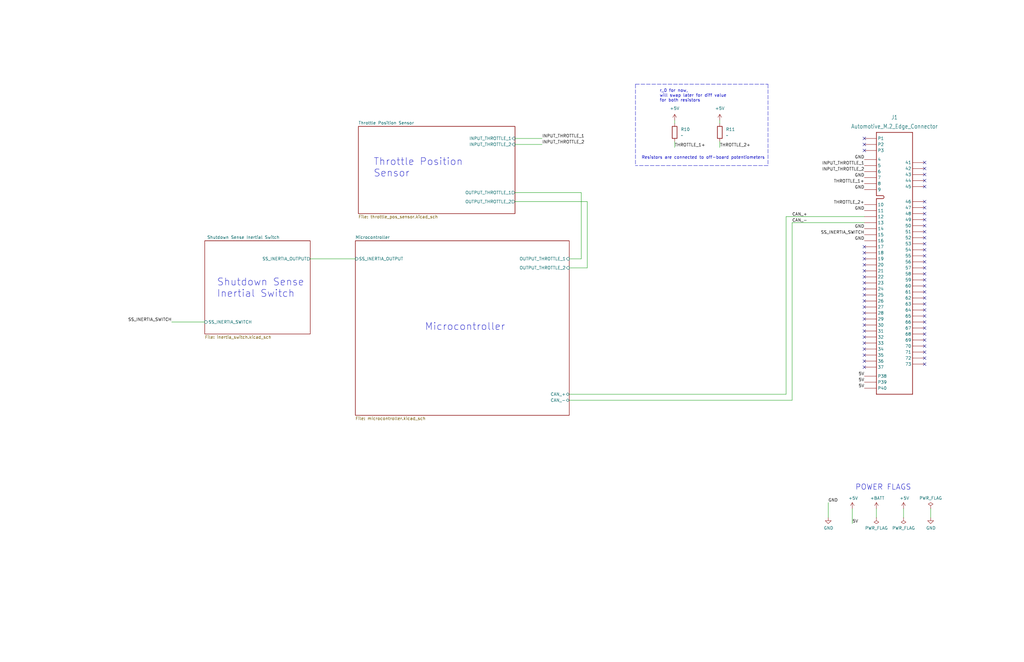
<source format=kicad_sch>
(kicad_sch (version 20211123) (generator eeschema)
  (paper "B")
  (title_block (title "OEM Project Template") (date "2019-08-22") (rev "1") (company "Olin Electric Motorsports") (comment 1 "Wesley Soo-Hoo"))
  (lib_symbols
    (symbol "formula:Automotive_M.2_Edge_Connector"
      (property "Reference" "J?" (at 1.27 49.53 0))
      (property "Value" "Automotive_M.2_Edge_Connector" (at 7.62 45.72 0))
      (symbol "Automotive_M.2_Edge_Connector_0_1"
        (arc (start -5.0436 15.2415) (mid -4.4198 15.8765) (end -5.0436 16.5115) (stroke (width 0.25)))
        (polyline (pts (xy -7.62 15.24) (xy -5.08 15.24)) (stroke (width 0.25)))
        (polyline (pts (xy -7.62 16.51) (xy -5.08 16.51)) (stroke (width 0.25)))
        (polyline (pts (xy -7.62 43.18) (xy -7.62 16.51)) (stroke (width 0.25)))
        (polyline (pts (xy 7.62 -67.31) (xy -7.62 -67.31)) (stroke (width 0.25)))
      )
      (symbol "Automotive_M.2_Edge_Connector_1_0"
        (polyline (pts (xy -7.62 -67.31) (xy -7.62 15.24)) (stroke (width 0.254)))
        (polyline (pts (xy 7.62 43.18) (xy -7.62 43.18)) (stroke (width 0.254)))
        (polyline (pts (xy 7.62 43.18) (xy 7.62 -67.31)) (stroke (width 0.254)))
        (pin bidirectional line (at -12.7 12.7 0) (length 5.08) (name "10") (number "10"))
        (pin bidirectional line (at -12.7 10.16 0) (length 5.08) (name "11") (number "11"))
        (pin bidirectional line (at -12.7 7.62 0) (length 5.08) (name "12") (number "12"))
        (pin bidirectional line (at -12.7 5.08 0) (length 5.08) (name "13") (number "13"))
        (pin bidirectional line (at -12.7 2.54 0) (length 5.08) (name "14") (number "14"))
        (pin bidirectional line (at -12.7 0 0) (length 5.08) (name "15") (number "15"))
        (pin bidirectional line (at -12.7 -2.54 0) (length 5.08) (name "16") (number "16"))
        (pin bidirectional line (at -12.7 -5.08 0) (length 5.08) (name "17") (number "17"))
        (pin bidirectional line (at -12.7 -7.62 0) (length 5.08) (name "18") (number "18"))
        (pin bidirectional line (at -12.7 -10.16 0) (length 5.08) (name "19") (number "19"))
        (pin bidirectional line (at -12.7 -12.7 0) (length 5.08) (name "20") (number "20"))
        (pin bidirectional line (at -12.7 -15.24 0) (length 5.08) (name "21") (number "21"))
        (pin bidirectional line (at -12.7 -17.78 0) (length 5.08) (name "22") (number "22"))
        (pin bidirectional line (at -12.7 -20.32 0) (length 5.08) (name "23") (number "23"))
        (pin bidirectional line (at -12.7 -22.86 0) (length 5.08) (name "24") (number "24"))
        (pin bidirectional line (at -12.7 -25.4 0) (length 5.08) (name "25") (number "25"))
        (pin bidirectional line (at -12.7 -27.94 0) (length 5.08) (name "26") (number "26"))
        (pin bidirectional line (at -12.7 -30.48 0) (length 5.08) (name "27") (number "27"))
        (pin bidirectional line (at -12.7 -33.02 0) (length 5.08) (name "28") (number "28"))
        (pin bidirectional line (at -12.7 -35.56 0) (length 5.08) (name "29") (number "29"))
        (pin bidirectional line (at -12.7 -38.1 0) (length 5.08) (name "30") (number "30"))
        (pin bidirectional line (at -12.7 -40.64 0) (length 5.08) (name "31") (number "31"))
        (pin bidirectional line (at -12.7 -43.18 0) (length 5.08) (name "32") (number "32"))
        (pin bidirectional line (at -12.7 -45.72 0) (length 5.08) (name "33") (number "33"))
        (pin bidirectional line (at -12.7 -48.26 0) (length 5.08) (name "34") (number "34"))
        (pin bidirectional line (at -12.7 -50.8 0) (length 5.08) (name "35") (number "35"))
        (pin bidirectional line (at -12.7 -53.34 0) (length 5.08) (name "36") (number "36"))
        (pin bidirectional line (at -12.7 -55.88 0) (length 5.08) (name "37") (number "37"))
        (pin bidirectional line (at -12.7 31.75 0) (length 5.08) (name "4") (number "4"))
        (pin bidirectional line (at 12.7 30.48 180) (length 5.08) (name "41") (number "41"))
        (pin bidirectional line (at 12.7 27.94 180) (length 5.08) (name "42") (number "42"))
        (pin bidirectional line (at 12.7 25.4 180) (length 5.08) (name "43") (number "43"))
        (pin bidirectional line (at 12.7 22.86 180) (length 5.08) (name "44") (number "44"))
        (pin bidirectional line (at 12.7 20.32 180) (length 5.08) (name "45") (number "45"))
        (pin bidirectional line (at 12.7 13.97 180) (length 5.08) (name "46") (number "46"))
        (pin bidirectional line (at 12.7 11.43 180) (length 5.08) (name "47") (number "47"))
        (pin bidirectional line (at 12.7 8.89 180) (length 5.08) (name "48") (number "48"))
        (pin bidirectional line (at 12.7 6.35 180) (length 5.08) (name "49") (number "49"))
        (pin bidirectional line (at -12.7 29.21 0) (length 5.08) (name "5") (number "5"))
        (pin bidirectional line (at 12.7 3.81 180) (length 5.08) (name "50") (number "50"))
        (pin bidirectional line (at 12.7 1.27 180) (length 5.08) (name "51") (number "51"))
        (pin bidirectional line (at 12.7 -1.27 180) (length 5.08) (name "52") (number "52"))
        (pin bidirectional line (at 12.7 -3.81 180) (length 5.08) (name "53") (number "53"))
        (pin bidirectional line (at 12.7 -6.35 180) (length 5.08) (name "54") (number "54"))
        (pin bidirectional line (at 12.7 -8.89 180) (length 5.08) (name "55") (number "55"))
        (pin bidirectional line (at 12.7 -11.43 180) (length 5.08) (name "56") (number "56"))
        (pin bidirectional line (at 12.7 -13.97 180) (length 5.08) (name "57") (number "57"))
        (pin bidirectional line (at 12.7 -16.51 180) (length 5.08) (name "58") (number "58"))
        (pin bidirectional line (at 12.7 -19.05 180) (length 5.08) (name "59") (number "59"))
        (pin bidirectional line (at -12.7 26.67 0) (length 5.08) (name "6") (number "6"))
        (pin bidirectional line (at 12.7 -21.59 180) (length 5.08) (name "60") (number "60"))
        (pin bidirectional line (at 12.7 -24.13 180) (length 5.08) (name "61") (number "61"))
        (pin bidirectional line (at 12.7 -26.67 180) (length 5.08) (name "62") (number "62"))
        (pin bidirectional line (at 12.7 -29.21 180) (length 5.08) (name "63") (number "63"))
        (pin bidirectional line (at 12.7 -31.75 180) (length 5.08) (name "64") (number "64"))
        (pin bidirectional line (at 12.7 -34.29 180) (length 5.08) (name "65") (number "65"))
        (pin bidirectional line (at 12.7 -36.83 180) (length 5.08) (name "66") (number "66"))
        (pin bidirectional line (at 12.7 -39.37 180) (length 5.08) (name "67") (number "67"))
        (pin bidirectional line (at 12.7 -41.91 180) (length 5.08) (name "68") (number "68"))
        (pin bidirectional line (at 12.7 -44.45 180) (length 5.08) (name "69") (number "69"))
        (pin bidirectional line (at -12.7 24.13 0) (length 5.08) (name "7") (number "7"))
        (pin bidirectional line (at 12.7 -46.99 180) (length 5.08) (name "70") (number "70"))
        (pin bidirectional line (at 12.7 -49.53 180) (length 5.08) (name "71") (number "71"))
        (pin bidirectional line (at 12.7 -52.07 180) (length 5.08) (name "72") (number "72"))
        (pin bidirectional line (at 12.7 -54.61 180) (length 5.08) (name "73") (number "73"))
        (pin bidirectional line (at -12.7 21.59 0) (length 5.08) (name "8") (number "8"))
        (pin bidirectional line (at -12.7 19.05 0) (length 5.08) (name "9") (number "9"))
        (pin bidirectional line (at -12.7 40.64 0) (length 5.08) (name "P1") (number "P1"))
        (pin bidirectional line (at -12.7 38.1 0) (length 5.08) (name "P2") (number "P2"))
        (pin bidirectional line (at -12.7 35.56 0) (length 5.08) (name "P3") (number "P3"))
        (pin bidirectional line (at -12.7 -59.69 0) (length 5.08) (name "P38") (number "P38"))
        (pin bidirectional line (at -12.7 -62.23 0) (length 5.08) (name "P39") (number "P39"))
        (pin bidirectional line (at -12.7 -64.77 0) (length 5.08) (name "P40") (number "P40"))
      )
    )
    (symbol "formula:R_0" (pin_numbers hide) (pin_names (offset 0))
      (property "Reference" "R" (at 2.032 0 90))
      (property "Value" "R_0" (at -2.54 0 90))
      (symbol "R_0_0_1"
        (rectangle (start -1.016 -2.54) (end 1.016 2.54) (stroke (width 0.254)))
      )
      (symbol "R_0_1_1"
        (pin passive line (at 0 3.81 270) (length 1.27) (name "~") (number "1"))
        (pin passive line (at 0 -3.81 90) (length 1.27) (name "~") (number "2"))
      )
    )
    (symbol "power:+5V" (power) (pin_names (offset 0))
      (property "Value" "+5V" (at 0 3.556 0))
      (symbol "+5V_0_1"
        (polyline (pts (xy -0.762 1.27) (xy 0 2.54)))
        (polyline (pts (xy 0 0) (xy 0 2.54)))
        (polyline (pts (xy 0 2.54) (xy 0.762 1.27)))
      )
      (symbol "+5V_1_1"
        (pin power_in line (at 0 0 90) (length 0) hide (name "+5V") (number "1"))
      )
    )
    (symbol "power:+BATT" (power) (pin_names (offset 0))
      (property "Value" "+BATT" (at 0 3.556 0))
      (symbol "+BATT_0_1"
        (polyline (pts (xy -0.762 1.27) (xy 0 2.54)))
        (polyline (pts (xy 0 0) (xy 0 2.54)))
        (polyline (pts (xy 0 2.54) (xy 0.762 1.27)))
      )
      (symbol "+BATT_1_1"
        (pin power_in line (at 0 0 90) (length 0) hide (name "+BATT") (number "1"))
      )
    )
    (symbol "power:GND" (power) (pin_names (offset 0))
      (property "Value" "GND" (at 0 -3.81 0))
      (symbol "GND_0_1"
        (polyline (pts (xy 0 0) (xy 0 -1.27) (xy 1.27 -1.27) (xy 0 -2.54) (xy -1.27 -1.27) (xy 0 -1.27)))
      )
      (symbol "GND_1_1"
        (pin power_in line (at 0 0 270) (length 0) hide (name "GND") (number "1"))
      )
    )
    (symbol "power:PWR_FLAG" (power) (pin_numbers hide) (pin_names (offset 0) hide)
      (property "Value" "PWR_FLAG" (at 0 3.81 0))
      (symbol "PWR_FLAG_0_0"
        (pin power_out line (at 0 0 90) (length 0) (name "pwr") (number "1"))
      )
      (symbol "PWR_FLAG_0_1"
        (polyline (pts (xy 0 0) (xy 0 1.27) (xy -1.016 1.905) (xy 0 2.54) (xy 1.016 1.905) (xy 0 1.27)))
      )
    )
  )
  (no_connect (at 364.49 139.7))
  (no_connect (at 389.89 140.97))
  (no_connect (at 389.89 78.74))
  (no_connect (at 389.89 146.05))
  (no_connect (at 389.89 151.13))
  (no_connect (at 389.89 115.57))
  (no_connect (at 364.49 152.4))
  (no_connect (at 389.89 76.2))
  (no_connect (at 389.89 107.95))
  (no_connect (at 389.89 123.19))
  (no_connect (at 389.89 148.59))
  (no_connect (at 389.89 85.09))
  (no_connect (at 389.89 113.03))
  (no_connect (at 364.49 63.5))
  (no_connect (at 389.89 87.63))
  (no_connect (at 364.49 114.3))
  (no_connect (at 389.89 138.43))
  (no_connect (at 364.49 154.94))
  (no_connect (at 389.89 71.12))
  (no_connect (at 364.49 121.92))
  (no_connect (at 389.89 97.79))
  (no_connect (at 389.89 130.81))
  (no_connect (at 389.89 118.11))
  (no_connect (at 389.89 110.49))
  (no_connect (at 364.49 147.32))
  (no_connect (at 389.89 68.58))
  (no_connect (at 364.49 109.22))
  (no_connect (at 364.49 58.42))
  (no_connect (at 364.49 142.24))
  (no_connect (at 389.89 100.33))
  (no_connect (at 389.89 90.17))
  (no_connect (at 389.89 105.41))
  (no_connect (at 364.49 106.68))
  (no_connect (at 364.49 116.84))
  (no_connect (at 364.49 144.78))
  (no_connect (at 389.89 92.71))
  (no_connect (at 364.49 137.16))
  (no_connect (at 389.89 143.51))
  (no_connect (at 389.89 120.65))
  (no_connect (at 364.49 111.76))
  (no_connect (at 389.89 153.67))
  (no_connect (at 364.49 132.08))
  (no_connect (at 389.89 135.89))
  (no_connect (at 389.89 128.27))
  (no_connect (at 389.89 73.66))
  (no_connect (at 364.49 149.86))
  (no_connect (at 389.89 102.87))
  (no_connect (at 364.49 127))
  (no_connect (at 364.49 119.38))
  (no_connect (at 389.89 133.35))
  (no_connect (at 364.49 104.14))
  (no_connect (at 389.89 95.25))
  (no_connect (at 364.49 60.96))
  (no_connect (at 364.49 124.46))
  (no_connect (at 364.49 134.62))
  (no_connect (at 364.49 129.54))
  (no_connect (at 389.89 125.73))
  (polyline (pts (xy 323.85 35.56) (xy 323.85 69.85)))
  (polyline (pts (xy 267.97 35.56) (xy 267.97 69.85)))
  (wire (pts (xy 245.11 81.28) (xy 245.11 109.22)))
  (wire (pts (xy 245.11 109.22) (xy 240.03 109.22)))
  (wire (pts (xy 334.01 168.91) (xy 334.01 93.98)))
  (wire (pts (xy 349.25 212.09) (xy 349.25 218.44)))
  (wire (pts (xy 240.03 166.37) (xy 331.47 166.37)))
  (wire (pts (xy 331.47 91.44) (xy 364.49 91.44)))
  (polyline (pts (xy 323.85 69.85) (xy 267.97 69.85)))
  (wire (pts (xy 217.17 60.96) (xy 228.6 60.96)))
  (wire (pts (xy 72.39 135.89) (xy 86.36 135.89)))
  (wire (pts (xy 331.47 166.37) (xy 331.47 91.44)))
  (wire (pts (xy 247.65 85.09) (xy 247.65 113.03)))
  (wire (pts (xy 381 218.44) (xy 381 214.63)))
  (wire (pts (xy 240.03 168.91) (xy 334.01 168.91)))
  (wire (pts (xy 217.17 58.42) (xy 228.6 58.42)))
  (wire (pts (xy 392.43 214.63) (xy 392.43 218.44)))
  (wire (pts (xy 334.01 93.98) (xy 364.49 93.98)))
  (wire (pts (xy 303.53 59.69) (xy 303.53 62.23)))
  (wire (pts (xy 217.17 81.28) (xy 245.11 81.28)))
  (wire (pts (xy 130.81 109.22) (xy 149.86 109.22)))
  (wire (pts (xy 284.48 50.8) (xy 284.48 52.07)))
  (polyline (pts (xy 267.97 35.56) (xy 323.85 35.56)))
  (wire (pts (xy 369.57 214.63) (xy 369.57 218.44)))
  (wire (pts (xy 303.53 50.8) (xy 303.53 52.07)))
  (wire (pts (xy 284.48 59.69) (xy 284.48 62.23)))
  (wire (pts (xy 359.41 214.63) (xy 359.41 220.98)))
  (wire (pts (xy 247.65 113.03) (xy 240.03 113.03)))
  (wire (pts (xy 217.17 85.09) (xy 247.65 85.09)))
  (text "Throttle Position \nSensor" (at 157.48 74.93 0) (effects (font (size 3 3)) (justify left bottom)))
  (text "Resistors are connected to off-board potentiometers" (at 270.51 67.31 0) (effects (font (size 1.27 1.27)) (justify left bottom)))
  (text "POWER FLAGS\n" (at 360.68 207.01 0) (effects (font (size 2.2606 2.2606)) (justify left bottom)))
  (text "Shutdown Sense\nInertial Switch" (at 91.44 125.73 0) (effects (font (size 3 3)) (justify left bottom)))
  (text "Microcontroller" (at 179.07 139.7 0) (effects (font (size 3 3)) (justify left bottom)))
  (text "r_0 for now, \nwill swap later for diff value\nfor both resistors" (at 278.13 43.18 0) (effects (font (size 1.27 1.27)) (justify left bottom)))
  (label "5V" (at 359.41 220.98 0))
  (label "GND" (at 364.49 88.9 180))
  (label "INPUT_THROTTLE_1" (at 228.6 58.42 0))
  (label "THROTTLE_2+" (at 303.53 62.23 0))
  (label "CAN_-" (at 334.01 93.98 0))
  (label "GND" (at 364.49 80.01 180))
  (label "GND" (at 364.49 101.6 180))
  (label "CAN_+" (at 334.01 91.44 0))
  (label "INPUT_THROTTLE_2" (at 364.49 72.39 180))
  (label "5V" (at 364.49 158.75 180))
  (label "SS_INERTIA_SWITCH" (at 364.49 99.06 180))
  (label "INPUT_THROTTLE_1" (at 364.49 69.85 180))
  (label "5V" (at 364.49 163.83 180))
  (label "GND" (at 364.49 96.52 180))
  (label "5V" (at 364.49 161.29 180))
  (label "SS_INERTIA_SWITCH" (at 72.39 135.89 180))
  (label "THROTTLE_1+" (at 364.49 77.47 180))
  (label "THROTTLE_2+" (at 364.49 86.36 180))
  (label "GND" (at 364.49 67.31 180))
  (label "INPUT_THROTTLE_2" (at 228.6 60.96 0))
  (label "GND" (at 364.49 74.93 180))
  (label "THROTTLE_1+" (at 284.48 62.23 0))
  (label "GND" (at 349.25 212.09 0))
  (symbol (lib_id "power:GND") (at 392.43 218.44 0) (unit 1)
    (property "Reference" "#PWR?" (effects hide))
    (property "Value" "GND" (at 392.557 222.8342 0))
  )
  (symbol (lib_id "power:PWR_FLAG") (at 369.57 218.44 180) (unit 1)
    (property "Reference" "#FLG?" (effects hide))
    (property "Value" "PWR_FLAG" (at 369.57 222.8596 0))
  )
  (symbol (lib_id "power:PWR_FLAG") (at 381 218.44 180) (unit 1)
    (property "Reference" "#FLG?" (effects hide))
    (property "Value" "PWR_FLAG" (at 381 222.8596 0))
  )
  (symbol (lib_id "power:PWR_FLAG") (at 392.43 214.63 0) (unit 1)
    (property "Reference" "#FLG?" (effects hide))
    (property "Value" "PWR_FLAG" (at 392.43 210.2104 0))
  )
  (symbol (lib_id "power:+5V") (at 381 214.63 0) (unit 1)
    (property "Reference" "#PWR?" (effects hide))
    (property "Value" "+5V" (at 381.381 210.2358 0))
  )
  (symbol (lib_id "power:+BATT") (at 369.57 214.63 0) (unit 1)
    (property "Reference" "#PWR?" (effects hide))
    (property "Value" "+BATT" (at 369.951 210.2358 0))
  )
  (symbol (lib_id "formula:Automotive_M.2_Edge_Connector") (at 377.19 99.06 0) (unit 1)
    (property "Reference" "J1" (at 377.19 49.53 0) (effects (font (size 1.778 1.5113))))
    (property "Value" "Automotive_M.2_Edge_Connector" (at 377.19 53.34 0) (effects (font (size 1.778 1.5113))))
    (property "Footprint" "footprints:Automotive_M.2_Edge_Connector" (effects hide))
  )
  (symbol (lib_id "formula:R_0") (at 284.48 55.88 0) (unit 1)
    (property "Reference" "R10" (at 287.02 54.6099 0) (effects (justify left)))
    (property "Value" "~" (at 287.02 57.1499 0) (effects (justify left)))
    (property "Datasheet" "http://industrial.panasonic.com/www-cgi/jvcr13pz.cgi?E+PZ+3+AOA0001+ERJ3GEY0R00V+7+WW" (effects hide))
    (property "MFN" "DK" (effects hide))
    (property "MPN" "P0.0GCT-ND" (effects hide))
    (property "PurchasingLink" "https://www.digikey.com/product-detail/en/panasonic-electronic-components/ERJ-3GEY0R00V/P0.0GCT-ND/134711" (effects hide))
  )
  (symbol (lib_id "power:+5V") (at 359.41 214.63 0) (unit 1)
    (property "Reference" "#PWR?" (effects hide))
    (property "Value" "+5V" (at 359.791 210.2358 0))
  )
  (symbol (lib_id "power:+5V") (at 303.53 50.8 0) (unit 1)
    (property "Reference" "#PWR?" (effects hide))
    (property "Value" "+5V" (at 303.53 45.72 0))
  )
  (symbol (lib_id "power:GND") (at 349.25 218.44 0) (unit 1)
    (property "Reference" "#PWR?" (effects hide))
    (property "Value" "GND" (at 349.377 222.8342 0))
  )
  (symbol (lib_id "power:+5V") (at 284.48 50.8 0) (unit 1)
    (property "Reference" "#PWR?" (effects hide))
    (property "Value" "+5V" (at 284.48 45.72 0))
  )
  (symbol (lib_id "formula:R_0") (at 303.53 55.88 0) (unit 1)
    (property "Reference" "R11" (at 306.07 54.6099 0) (effects (justify left)))
    (property "Value" "~" (at 306.07 57.1499 0) (effects (justify left)))
    (property "Datasheet" "http://industrial.panasonic.com/www-cgi/jvcr13pz.cgi?E+PZ+3+AOA0001+ERJ3GEY0R00V+7+WW" (effects hide))
    (property "MFN" "DK" (effects hide))
    (property "MPN" "P0.0GCT-ND" (effects hide))
    (property "PurchasingLink" "https://www.digikey.com/product-detail/en/panasonic-electronic-components/ERJ-3GEY0R00V/P0.0GCT-ND/134711" (effects hide))
  )
  (sheet (at 151.13 53.34) (size 66.04 36.83) (stroke (width 0.1524))
    (property "Sheet name" "Throttle Position Sensor" (at 151.13 52.6284 0) (effects (justify left bottom)))
    (property "Sheet file" "throttle_pos_sensor.kicad_sch" (at 151.13 90.7546 0) (effects (justify left top)))
    (pin "INPUT_THROTTLE_2" input (at 217.17 60.96 0))
    (pin "OUTPUT_THROTTLE_2" output (at 217.17 85.09 0))
    (pin "INPUT_THROTTLE_1" input (at 217.17 58.42 0))
    (pin "OUTPUT_THROTTLE_1" output (at 217.17 81.28 0))
  )
  (sheet (at 149.86 101.6) (size 90.17 73.66) (stroke (width 0.1524))
    (property "Sheet name" "Microcontroller" (at 149.86 100.8884 0) (effects (justify left bottom)))
    (property "Sheet file" "microcontroller.kicad_sch" (at 149.86 175.8446 0) (effects (justify left top)))
    (pin "CAN_-" bidirectional (at 240.03 168.91 0))
    (pin "CAN_+" bidirectional (at 240.03 166.37 0))
    (pin "SS_INERTIA_OUTPUT" input (at 149.86 109.22 180))
    (pin "OUTPUT_THROTTLE_2" input (at 240.03 113.03 0))
    (pin "OUTPUT_THROTTLE_1" input (at 240.03 109.22 0))
  )
  (sheet (at 86.36 101.6) (size 44.45 39.37) (stroke (width 0.1524))
    (property "Sheet name" " Shutdown Sense Inertial Switch" (at 86.36 100.8884 0) (effects (justify left bottom)))
    (property "Sheet file" "inertia_switch.kicad_sch" (at 86.36 141.5546 0) (effects (justify left top)))
    (pin "SS_INERTIA_OUTPUT" output (at 130.81 109.22 0))
    (pin "SS_INERTIA_SWITCH" input (at 86.36 135.89 180))
  )
)
</source>
